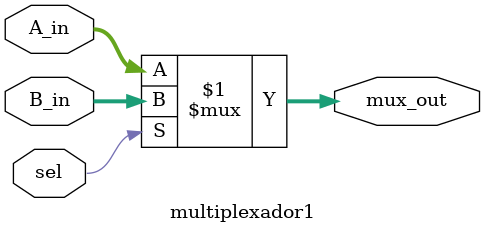
<source format=v>
module multiplexador1
(
	input [31:0] A_in, B_in,
	input sel,
	output wire [31:0] mux_out
);
	
	assign mux_out = (sel) ? B_in : A_in;
	
endmodule

</source>
